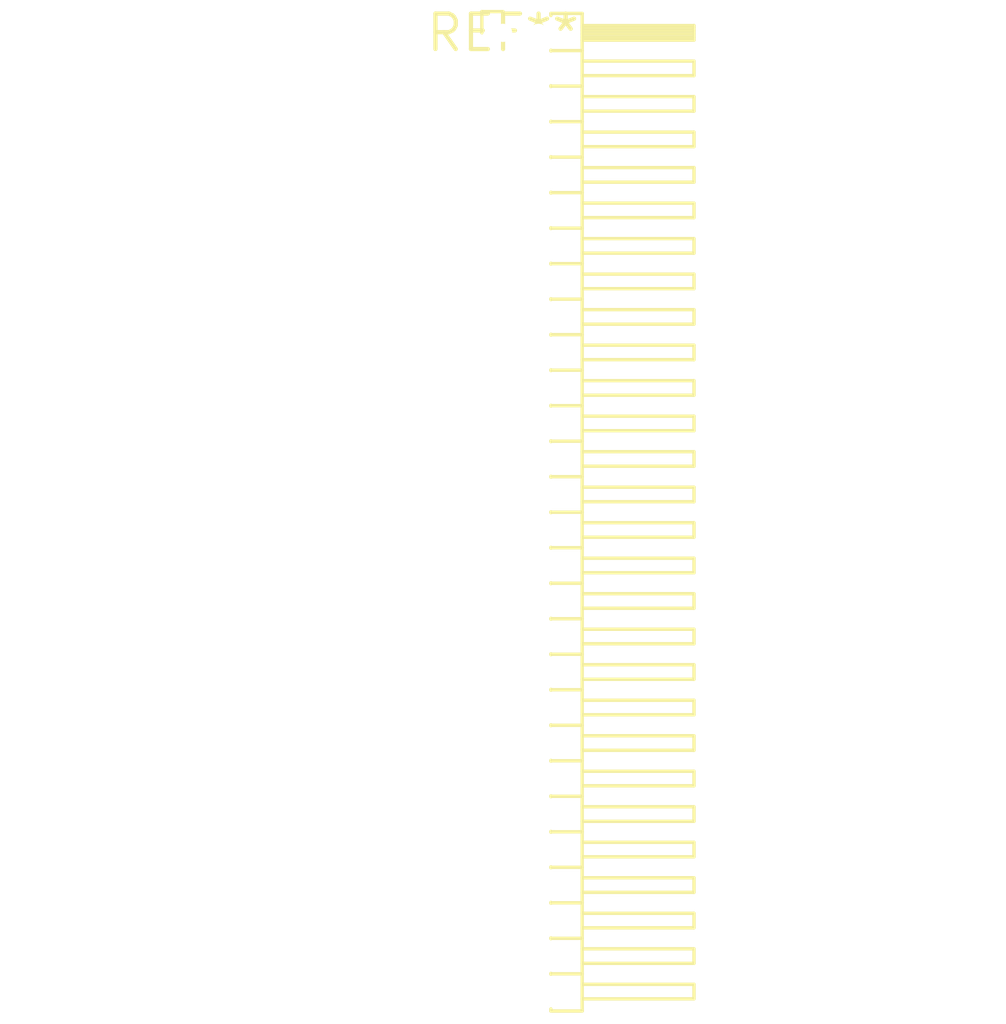
<source format=kicad_pcb>
(kicad_pcb (version 20240108) (generator pcbnew)
  (layers (0 "F.Cu" signal) (31 "B.Cu" signal) (34 "B.Paste" user) (35 "F.Paste" user) (36 "B.SilkS" user "B.Silkscreen") (37 "F.SilkS" user "F.Silkscreen") (38 "B.Mask" user) (39 "F.Mask" user) (44 "Edge.Cuts" user))
  (net 0 "")
  (footprint "PinHeader_2x28_P1.27mm_Horizontal" (layer "F.Cu") (at 0 0)
    (property "Reference" "REF**")
    (property "Value" "PinHeader_2x28_P1.27mm_Horizontal")
    (fp_line (start -0.76 -0.76) (end 0 -0.76) (layer "F.SilkS") (stroke (width 0.12)))
    (fp_line (start -0.76 0) (end -0.76 -0.76) (layer "F.SilkS") (stroke (width 0.12)))
    (fp_line (start 1.71 -0.695) (end 2.83 -0.695) (layer "F.SilkS") (stroke (width 0.12)))
    (fp_line (start 1.71 -0.619677) (end 1.71 -0.695) (layer "F.SilkS") (stroke (width 0.12)))
    (fp_line (start 1.71 0.619677) (end 1.71 0.650323) (layer "F.SilkS") (stroke (width 0.12)))
    (fp_line (start 1.71 0.635) (end 2.83 0.635) (layer "F.SilkS") (stroke (width 0.12)))
    (fp_line (start 1.71 1.889677) (end 1.71 1.920323) (layer "F.SilkS") (stroke (width 0.12)))
    (fp_line (start 1.71 1.905) (end 2.83 1.905) (layer "F.SilkS") (stroke (width 0.12)))
    (fp_line (start 1.71 3.159677) (end 1.71 3.190323) (layer "F.SilkS") (stroke (width 0.12)))
    (fp_line (start 1.71 3.175) (end 2.83 3.175) (layer "F.SilkS") (stroke (width 0.12)))
    (fp_line (start 1.71 4.429677) (end 1.71 4.460323) (layer "F.SilkS") (stroke (width 0.12)))
    (fp_line (start 1.71 4.445) (end 2.83 4.445) (layer "F.SilkS") (stroke (width 0.12)))
    (fp_line (start 1.71 5.699677) (end 1.71 5.730323) (layer "F.SilkS") (stroke (width 0.12)))
    (fp_line (start 1.71 5.715) (end 2.83 5.715) (layer "F.SilkS") (stroke (width 0.12)))
    (fp_line (start 1.71 6.969677) (end 1.71 7.000323) (layer "F.SilkS") (stroke (width 0.12)))
    (fp_line (start 1.71 6.985) (end 2.83 6.985) (layer "F.SilkS") (stroke (width 0.12)))
    (fp_line (start 1.71 8.239677) (end 1.71 8.270323) (layer "F.SilkS") (stroke (width 0.12)))
    (fp_line (start 1.71 8.255) (end 2.83 8.255) (layer "F.SilkS") (stroke (width 0.12)))
    (fp_line (start 1.71 9.509677) (end 1.71 9.540323) (layer "F.SilkS") (stroke (width 0.12)))
    (fp_line (start 1.71 9.525) (end 2.83 9.525) (layer "F.SilkS") (stroke (width 0.12)))
    (fp_line (start 1.71 10.779677) (end 1.71 10.810323) (layer "F.SilkS") (stroke (width 0.12)))
    (fp_line (start 1.71 10.795) (end 2.83 10.795) (layer "F.SilkS") (stroke (width 0.12)))
    (fp_line (start 1.71 12.049677) (end 1.71 12.080323) (layer "F.SilkS") (stroke (width 0.12)))
    (fp_line (start 1.71 12.065) (end 2.83 12.065) (layer "F.SilkS") (stroke (width 0.12)))
    (fp_line (start 1.71 13.319677) (end 1.71 13.350323) (layer "F.SilkS") (stroke (width 0.12)))
    (fp_line (start 1.71 13.335) (end 2.83 13.335) (layer "F.SilkS") (stroke (width 0.12)))
    (fp_line (start 1.71 14.589677) (end 1.71 14.620323) (layer "F.SilkS") (stroke (width 0.12)))
    (fp_line (start 1.71 14.605) (end 2.83 14.605) (layer "F.SilkS") (stroke (width 0.12)))
    (fp_line (start 1.71 15.859677) (end 1.71 15.890323) (layer "F.SilkS") (stroke (width 0.12)))
    (fp_line (start 1.71 15.875) (end 2.83 15.875) (layer "F.SilkS") (stroke (width 0.12)))
    (fp_line (start 1.71 17.129677) (end 1.71 17.160323) (layer "F.SilkS") (stroke (width 0.12)))
    (fp_line (start 1.71 17.145) (end 2.83 17.145) (layer "F.SilkS") (stroke (width 0.12)))
    (fp_line (start 1.71 18.399677) (end 1.71 18.430323) (layer "F.SilkS") (stroke (width 0.12)))
    (fp_line (start 1.71 18.415) (end 2.83 18.415) (layer "F.SilkS") (stroke (width 0.12)))
    (fp_line (start 1.71 19.669677) (end 1.71 19.700323) (layer "F.SilkS") (stroke (width 0.12)))
    (fp_line (start 1.71 19.685) (end 2.83 19.685) (layer "F.SilkS") (stroke (width 0.12)))
    (fp_line (start 1.71 20.939677) (end 1.71 20.970323) (layer "F.SilkS") (stroke (width 0.12)))
    (fp_line (start 1.71 20.955) (end 2.83 20.955) (layer "F.SilkS") (stroke (width 0.12)))
    (fp_line (start 1.71 22.209677) (end 1.71 22.240323) (layer "F.SilkS") (stroke (width 0.12)))
    (fp_line (start 1.71 22.225) (end 2.83 22.225) (layer "F.SilkS") (stroke (width 0.12)))
    (fp_line (start 1.71 23.479677) (end 1.71 23.510323) (layer "F.SilkS") (stroke (width 0.12)))
    (fp_line (start 1.71 23.495) (end 2.83 23.495) (layer "F.SilkS") (stroke (width 0.12)))
    (fp_line (start 1.71 24.749677) (end 1.71 24.780323) (layer "F.SilkS") (stroke (width 0.12)))
    (fp_line (start 1.71 24.765) (end 2.83 24.765) (layer "F.SilkS") (stroke (width 0.12)))
    (fp_line (start 1.71 26.019677) (end 1.71 26.050323) (layer "F.SilkS") (stroke (width 0.12)))
    (fp_line (start 1.71 26.035) (end 2.83 26.035) (layer "F.SilkS") (stroke (width 0.12)))
    (fp_line (start 1.71 27.289677) (end 1.71 27.320323) (layer "F.SilkS") (stroke (width 0.12)))
    (fp_line (start 1.71 27.305) (end 2.83 27.305) (layer "F.SilkS") (stroke (width 0.12)))
    (fp_line (start 1.71 28.559677) (end 1.71 28.590323) (layer "F.SilkS") (stroke (width 0.12)))
    (fp_line (start 1.71 28.575) (end 2.83 28.575) (layer "F.SilkS") (stroke (width 0.12)))
    (fp_line (start 1.71 29.829677) (end 1.71 29.860323) (layer "F.SilkS") (stroke (width 0.12)))
    (fp_line (start 1.71 29.845) (end 2.83 29.845) (layer "F.SilkS") (stroke (width 0.12)))
    (fp_line (start 1.71 31.099677) (end 1.71 31.130323) (layer "F.SilkS") (stroke (width 0.12)))
    (fp_line (start 1.71 31.115) (end 2.83 31.115) (layer "F.SilkS") (stroke (width 0.12)))
    (fp_line (start 1.71 32.369677) (end 1.71 32.400323) (layer "F.SilkS") (stroke (width 0.12)))
    (fp_line (start 1.71 32.385) (end 2.83 32.385) (layer "F.SilkS") (stroke (width 0.12)))
    (fp_line (start 1.71 33.639677) (end 1.71 33.670323) (layer "F.SilkS") (stroke (width 0.12)))
    (fp_line (start 1.71 33.655) (end 2.83 33.655) (layer "F.SilkS") (stroke (width 0.12)))
    (fp_line (start 1.71 34.985) (end 1.71 34.909677) (layer "F.SilkS") (stroke (width 0.12)))
    (fp_line (start 2.83 -0.695) (end 2.83 34.985) (layer "F.SilkS") (stroke (width 0.12)))
    (fp_line (start 2.83 -0.26) (end 6.83 -0.26) (layer "F.SilkS") (stroke (width 0.12)))
    (fp_line (start 2.83 -0.2) (end 6.83 -0.2) (layer "F.SilkS") (stroke (width 0.12)))
    (fp_line (start 2.83 -0.08) (end 6.83 -0.08) (layer "F.SilkS") (stroke (width 0.12)))
    (fp_line (start 2.83 0.04) (end 6.83 0.04) (layer "F.SilkS") (stroke (width 0.12)))
    (fp_line (start 2.83 0.16) (end 6.83 0.16) (layer "F.SilkS") (stroke (width 0.12)))
    (fp_line (start 2.83 1.01) (end 6.83 1.01) (layer "F.SilkS") (stroke (width 0.12)))
    (fp_line (start 2.83 2.28) (end 6.83 2.28) (layer "F.SilkS") (stroke (width 0.12)))
    (fp_line (start 2.83 3.55) (end 6.83 3.55) (layer "F.SilkS") (stroke (width 0.12)))
    (fp_line (start 2.83 4.82) (end 6.83 4.82) (layer "F.SilkS") (stroke (width 0.12)))
    (fp_line (start 2.83 6.09) (end 6.83 6.09) (layer "F.SilkS") (stroke (width 0.12)))
    (fp_line (start 2.83 7.36) (end 6.83 7.36) (layer "F.SilkS") (stroke (width 0.12)))
    (fp_line (start 2.83 8.63) (end 6.83 8.63) (layer "F.SilkS") (stroke (width 0.12)))
    (fp_line (start 2.83 9.9) (end 6.83 9.9) (layer "F.SilkS") (stroke (width 0.12)))
    (fp_line (start 2.83 11.17) (end 6.83 11.17) (layer "F.SilkS") (stroke (width 0.12)))
    (fp_line (start 2.83 12.44) (end 6.83 12.44) (layer "F.SilkS") (stroke (width 0.12)))
    (fp_line (start 2.83 13.71) (end 6.83 13.71) (layer "F.SilkS") (stroke (width 0.12)))
    (fp_line (start 2.83 14.98) (end 6.83 14.98) (layer "F.SilkS") (stroke (width 0.12)))
    (fp_line (start 2.83 16.25) (end 6.83 16.25) (layer "F.SilkS") (stroke (width 0.12)))
    (fp_line (start 2.83 17.52) (end 6.83 17.52) (layer "F.SilkS") (stroke (width 0.12)))
    (fp_line (start 2.83 18.79) (end 6.83 18.79) (layer "F.SilkS") (stroke (width 0.12)))
    (fp_line (start 2.83 20.06) (end 6.83 20.06) (layer "F.SilkS") (stroke (width 0.12)))
    (fp_line (start 2.83 21.33) (end 6.83 21.33) (layer "F.SilkS") (stroke (width 0.12)))
    (fp_line (start 2.83 22.6) (end 6.83 22.6) (layer "F.SilkS") (stroke (width 0.12)))
    (fp_line (start 2.83 23.87) (end 6.83 23.87) (layer "F.SilkS") (stroke (width 0.12)))
    (fp_line (start 2.83 25.14) (end 6.83 25.14) (layer "F.SilkS") (stroke (width 0.12)))
    (fp_line (start 2.83 26.41) (end 6.83 26.41) (layer "F.SilkS") (stroke (width 0.12)))
    (fp_line (start 2.83 27.68) (end 6.83 27.68) (layer "F.SilkS") (stroke (width 0.12)))
    (fp_line (start 2.83 28.95) (end 6.83 28.95) (layer "F.SilkS") (stroke (width 0.12)))
    (fp_line (start 2.83 30.22) (end 6.83 30.22) (layer "F.SilkS") (stroke (width 0.12)))
    (fp_line (start 2.83 31.49) (end 6.83 31.49) (layer "F.SilkS") (stroke (width 0.12)))
    (fp_line (start 2.83 32.76) (end 6.83 32.76) (layer "F.SilkS") (stroke (width 0.12)))
    (fp_line (start 2.83 34.03) (end 6.83 34.03) (layer "F.SilkS") (stroke (width 0.12)))
    (fp_line (start 2.83 34.985) (end 1.71 34.985) (layer "F.SilkS") (stroke (width 0.12)))
    (fp_line (start 6.83 -0.26) (end 6.83 0.26) (layer "F.SilkS") (stroke (width 0.12)))
    (fp_line (start 6.83 0.26) (end 2.83 0.26) (layer "F.SilkS") (stroke (width 0.12)))
    (fp_line (start 6.83 1.01) (end 6.83 1.53) (layer "F.SilkS") (stroke (width 0.12)))
    (fp_line (start 6.83 1.53) (end 2.83 1.53) (layer "F.SilkS") (stroke (width 0.12)))
    (fp_line (start 6.83 2.28) (end 6.83 2.8) (layer "F.SilkS") (stroke (width 0.12)))
    (fp_line (start 6.83 2.8) (end 2.83 2.8) (layer "F.SilkS") (stroke (width 0.12)))
    (fp_line (start 6.83 3.55) (end 6.83 4.07) (layer "F.SilkS") (stroke (width 0.12)))
    (fp_line (start 6.83 4.07) (end 2.83 4.07) (layer "F.SilkS") (stroke (width 0.12)))
    (fp_line (start 6.83 4.82) (end 6.83 5.34) (layer "F.SilkS") (stroke (width 0.12)))
    (fp_line (start 6.83 5.34) (end 2.83 5.34) (layer "F.SilkS") (stroke (width 0.12)))
    (fp_line (start 6.83 6.09) (end 6.83 6.61) (layer "F.SilkS") (stroke (width 0.12)))
    (fp_line (start 6.83 6.61) (end 2.83 6.61) (layer "F.SilkS") (stroke (width 0.12)))
    (fp_line (start 6.83 7.36) (end 6.83 7.88) (layer "F.SilkS") (stroke (width 0.12)))
    (fp_line (start 6.83 7.88) (end 2.83 7.88) (layer "F.SilkS") (stroke (width 0.12)))
    (fp_line (start 6.83 8.63) (end 6.83 9.15) (layer "F.SilkS") (stroke (width 0.12)))
    (fp_line (start 6.83 9.15) (end 2.83 9.15) (layer "F.SilkS") (stroke (width 0.12)))
    (fp_line (start 6.83 9.9) (end 6.83 10.42) (layer "F.SilkS") (stroke (width 0.12)))
    (fp_line (start 6.83 10.42) (end 2.83 10.42) (layer "F.SilkS") (stroke (width 0.12)))
    (fp_line (start 6.83 11.17) (end 6.83 11.69) (layer "F.SilkS") (stroke (width 0.12)))
    (fp_line (start 6.83 11.69) (end 2.83 11.69) (layer "F.SilkS") (stroke (width 0.12)))
    (fp_line (start 6.83 12.44) (end 6.83 12.96) (layer "F.SilkS") (stroke (width 0.12)))
    (fp_line (start 6.83 12.96) (end 2.83 12.96) (layer "F.SilkS") (stroke (width 0.12)))
    (fp_line (start 6.83 13.71) (end 6.83 14.23) (layer "F.SilkS") (stroke (width 0.12)))
    (fp_line (start 6.83 14.23) (end 2.83 14.23) (layer "F.SilkS") (stroke (width 0.12)))
    (fp_line (start 6.83 14.98) (end 6.83 15.5) (layer "F.SilkS") (stroke (width 0.12)))
    (fp_line (start 6.83 15.5) (end 2.83 15.5) (layer "F.SilkS") (stroke (width 0.12)))
    (fp_line (start 6.83 16.25) (end 6.83 16.77) (layer "F.SilkS") (stroke (width 0.12)))
    (fp_line (start 6.83 16.77) (end 2.83 16.77) (layer "F.SilkS") (stroke (width 0.12)))
    (fp_line (start 6.83 17.52) (end 6.83 18.04) (layer "F.SilkS") (stroke (width 0.12)))
    (fp_line (start 6.83 18.04) (end 2.83 18.04) (layer "F.SilkS") (stroke (width 0.12)))
    (fp_line (start 6.83 18.79) (end 6.83 19.31) (layer "F.SilkS") (stroke (width 0.12)))
    (fp_line (start 6.83 19.31) (end 2.83 19.31) (layer "F.SilkS") (stroke (width 0.12)))
    (fp_line (start 6.83 20.06) (end 6.83 20.58) (layer "F.SilkS") (stroke (width 0.12)))
    (fp_line (start 6.83 20.58) (end 2.83 20.58) (layer "F.SilkS") (stroke (width 0.12)))
    (fp_line (start 6.83 21.33) (end 6.83 21.85) (layer "F.SilkS") (stroke (width 0.12)))
    (fp_line (start 6.83 21.85) (end 2.83 21.85) (layer "F.SilkS") (stroke (width 0.12)))
    (fp_line (start 6.83 22.6) (end 6.83 23.12) (layer "F.SilkS") (stroke (width 0.12)))
    (fp_line (start 6.83 23.12) (end 2.83 23.12) (layer "F.SilkS") (stroke (width 0.12)))
    (fp_line (start 6.83 23.87) (end 6.83 24.39) (layer "F.SilkS") (stroke (width 0.12)))
    (fp_line (start 6.83 24.39) (end 2.83 24.39) (layer "F.SilkS") (stroke (width 0.12)))
    (fp_line (start 6.83 25.14) (end 6.83 25.66) (layer "F.SilkS") (stroke (width 0.12)))
    (fp_line (start 6.83 25.66) (end 2.83 25.66) (layer "F.SilkS") (stroke (width 0.12)))
    (fp_line (start 6.83 26.41) (end 6.83 26.93) (layer "F.SilkS") (stroke (width 0.12)))
    (fp_line (start 6.83 26.93) (end 2.83 26.93) (layer "F.SilkS") (stroke (width 0.12)))
    (fp_line (start 6.83 27.68) (end 6.83 28.2) (layer "F.SilkS") (stroke (width 0.12)))
    (fp_line (start 6.83 28.2) (end 2.83 28.2) (layer "F.SilkS") (stroke (width 0.12)))
    (fp_line (start 6.83 28.95) (end 6.83 29.47) (layer "F.SilkS") (stroke (width 0.12)))
    (fp_line (start 6.83 29.47) (end 2.83 29.47) (layer "F.SilkS") (stroke (width 0.12)))
    (fp_line (start 6.83 30.22) (end 6.83 30.74) (layer "F.SilkS") (stroke (width 0.12)))
    (fp_line (start 6.83 30.74) (end 2.83 30.74) (layer "F.SilkS") (stroke (width 0.12)))
    (fp_line (start 6.83 31.49) (end 6.83 32.01) (layer "F.SilkS") (stroke (width 0.12)))
    (fp_line (start 6.83 32.01) (end 2.83 32.01) (layer "F.SilkS") (stroke (width 0.12)))
    (fp_line (start 6.83 32.76) (end 6.83 33.28) (layer "F.SilkS") (stroke (width 0.12)))
    (fp_line (start 6.83 33.28) (end 2.83 33.28) (layer "F.SilkS") (stroke (width 0.12)))
    (fp_line (start 6.83 34.03) (end 6.83 34.55) (layer "F.SilkS") (stroke (width 0.12)))
    (fp_line (start 6.83 34.55) (end 2.83 34.55) (layer "F.SilkS") (stroke (width 0.12)))
    (pad "1" thru_hole rect (at 0 0) (size 1 1) (drill 0.65) (layers *.Cu *.Mask) (remove_unused_layers))
    (pad "2" thru_hole oval (at 1.27 0) (size 1 1) (drill 0.65) (layers *.Cu *.Mask) (remove_unused_layers))
    (pad "3" thru_hole oval (at 0 1.27) (size 1 1) (drill 0.65) (layers *.Cu *.Mask) (remove_unused_layers))
    (pad "4" thru_hole oval (at 1.27 1.27) (size 1 1) (drill 0.65) (layers *.Cu *.Mask) (remove_unused_layers))
    (pad "5" thru_hole oval (at 0 2.54) (size 1 1) (drill 0.65) (layers *.Cu *.Mask) (remove_unused_layers))
    (pad "6" thru_hole oval (at 1.27 2.54) (size 1 1) (drill 0.65) (layers *.Cu *.Mask) (remove_unused_layers))
    (pad "7" thru_hole oval (at 0 3.81) (size 1 1) (drill 0.65) (layers *.Cu *.Mask) (remove_unused_layers))
    (pad "8" thru_hole oval (at 1.27 3.81) (size 1 1) (drill 0.65) (layers *.Cu *.Mask) (remove_unused_layers))
    (pad "9" thru_hole oval (at 0 5.08) (size 1 1) (drill 0.65) (layers *.Cu *.Mask) (remove_unused_layers))
    (pad "10" thru_hole oval (at 1.27 5.08) (size 1 1) (drill 0.65) (layers *.Cu *.Mask) (remove_unused_layers))
    (pad "11" thru_hole oval (at 0 6.35) (size 1 1) (drill 0.65) (layers *.Cu *.Mask) (remove_unused_layers))
    (pad "12" thru_hole oval (at 1.27 6.35) (size 1 1) (drill 0.65) (layers *.Cu *.Mask) (remove_unused_layers))
    (pad "13" thru_hole oval (at 0 7.62) (size 1 1) (drill 0.65) (layers *.Cu *.Mask) (remove_unused_layers))
    (pad "14" thru_hole oval (at 1.27 7.62) (size 1 1) (drill 0.65) (layers *.Cu *.Mask) (remove_unused_layers))
    (pad "15" thru_hole oval (at 0 8.89) (size 1 1) (drill 0.65) (layers *.Cu *.Mask) (remove_unused_layers))
    (pad "16" thru_hole oval (at 1.27 8.89) (size 1 1) (drill 0.65) (layers *.Cu *.Mask) (remove_unused_layers))
    (pad "17" thru_hole oval (at 0 10.16) (size 1 1) (drill 0.65) (layers *.Cu *.Mask) (remove_unused_layers))
    (pad "18" thru_hole oval (at 1.27 10.16) (size 1 1) (drill 0.65) (layers *.Cu *.Mask) (remove_unused_layers))
    (pad "19" thru_hole oval (at 0 11.43) (size 1 1) (drill 0.65) (layers *.Cu *.Mask) (remove_unused_layers))
    (pad "20" thru_hole oval (at 1.27 11.43) (size 1 1) (drill 0.65) (layers *.Cu *.Mask) (remove_unused_layers))
    (pad "21" thru_hole oval (at 0 12.7) (size 1 1) (drill 0.65) (layers *.Cu *.Mask) (remove_unused_layers))
    (pad "22" thru_hole oval (at 1.27 12.7) (size 1 1) (drill 0.65) (layers *.Cu *.Mask) (remove_unused_layers))
    (pad "23" thru_hole oval (at 0 13.97) (size 1 1) (drill 0.65) (layers *.Cu *.Mask) (remove_unused_layers))
    (pad "24" thru_hole oval (at 1.27 13.97) (size 1 1) (drill 0.65) (layers *.Cu *.Mask) (remove_unused_layers))
    (pad "25" thru_hole oval (at 0 15.24) (size 1 1) (drill 0.65) (layers *.Cu *.Mask) (remove_unused_layers))
    (pad "26" thru_hole oval (at 1.27 15.24) (size 1 1) (drill 0.65) (layers *.Cu *.Mask) (remove_unused_layers))
    (pad "27" thru_hole oval (at 0 16.51) (size 1 1) (drill 0.65) (layers *.Cu *.Mask) (remove_unused_layers))
    (pad "28" thru_hole oval (at 1.27 16.51) (size 1 1) (drill 0.65) (layers *.Cu *.Mask) (remove_unused_layers))
    (pad "29" thru_hole oval (at 0 17.78) (size 1 1) (drill 0.65) (layers *.Cu *.Mask) (remove_unused_layers))
    (pad "30" thru_hole oval (at 1.27 17.78) (size 1 1) (drill 0.65) (layers *.Cu *.Mask) (remove_unused_layers))
    (pad "31" thru_hole oval (at 0 19.05) (size 1 1) (drill 0.65) (layers *.Cu *.Mask) (remove_unused_layers))
    (pad "32" thru_hole oval (at 1.27 19.05) (size 1 1) (drill 0.65) (layers *.Cu *.Mask) (remove_unused_layers))
    (pad "33" thru_hole oval (at 0 20.32) (size 1 1) (drill 0.65) (layers *.Cu *.Mask) (remove_unused_layers))
    (pad "34" thru_hole oval (at 1.27 20.32) (size 1 1) (drill 0.65) (layers *.Cu *.Mask) (remove_unused_layers))
    (pad "35" thru_hole oval (at 0 21.59) (size 1 1) (drill 0.65) (layers *.Cu *.Mask) (remove_unused_layers))
    (pad "36" thru_hole oval (at 1.27 21.59) (size 1 1) (drill 0.65) (layers *.Cu *.Mask) (remove_unused_layers))
    (pad "37" thru_hole oval (at 0 22.86) (size 1 1) (drill 0.65) (layers *.Cu *.Mask) (remove_unused_layers))
    (pad "38" thru_hole oval (at 1.27 22.86) (size 1 1) (drill 0.65) (layers *.Cu *.Mask) (remove_unused_layers))
    (pad "39" thru_hole oval (at 0 24.13) (size 1 1) (drill 0.65) (layers *.Cu *.Mask) (remove_unused_layers))
    (pad "40" thru_hole oval (at 1.27 24.13) (size 1 1) (drill 0.65) (layers *.Cu *.Mask) (remove_unused_layers))
    (pad "41" thru_hole oval (at 0 25.4) (size 1 1) (drill 0.65) (layers *.Cu *.Mask) (remove_unused_layers))
    (pad "42" thru_hole oval (at 1.27 25.4) (size 1 1) (drill 0.65) (layers *.Cu *.Mask) (remove_unused_layers))
    (pad "43" thru_hole oval (at 0 26.67) (size 1 1) (drill 0.65) (layers *.Cu *.Mask) (remove_unused_layers))
    (pad "44" thru_hole oval (at 1.27 26.67) (size 1 1) (drill 0.65) (layers *.Cu *.Mask) (remove_unused_layers))
    (pad "45" thru_hole oval (at 0 27.94) (size 1 1) (drill 0.65) (layers *.Cu *.Mask) (remove_unused_layers))
    (pad "46" thru_hole oval (at 1.27 27.94) (size 1 1) (drill 0.65) (layers *.Cu *.Mask) (remove_unused_layers))
    (pad "47" thru_hole oval (at 0 29.21) (size 1 1) (drill 0.65) (layers *.Cu *.Mask) (remove_unused_layers))
    (pad "48" thru_hole oval (at 1.27 29.21) (size 1 1) (drill 0.65) (layers *.Cu *.Mask) (remove_unused_layers))
    (pad "49" thru_hole oval (at 0 30.48) (size 1 1) (drill 0.65) (layers *.Cu *.Mask) (remove_unused_layers))
    (pad "50" thru_hole oval (at 1.27 30.48) (size 1 1) (drill 0.65) (layers *.Cu *.Mask) (remove_unused_layers))
    (pad "51" thru_hole oval (at 0 31.75) (size 1 1) (drill 0.65) (layers *.Cu *.Mask) (remove_unused_layers))
    (pad "52" thru_hole oval (at 1.27 31.75) (size 1 1) (drill 0.65) (layers *.Cu *.Mask) (remove_unused_layers))
    (pad "53" thru_hole oval (at 0 33.02) (size 1 1) (drill 0.65) (layers *.Cu *.Mask) (remove_unused_layers))
    (pad "54" thru_hole oval (at 1.27 33.02) (size 1 1) (drill 0.65) (layers *.Cu *.Mask) (remove_unused_layers))
    (pad "55" thru_hole oval (at 0 34.29) (size 1 1) (drill 0.65) (layers *.Cu *.Mask) (remove_unused_layers))
    (pad "56" thru_hole oval (at 1.27 34.29) (size 1 1) (drill 0.65) (layers *.Cu *.Mask) (remove_unused_layers))
  )
)
</source>
